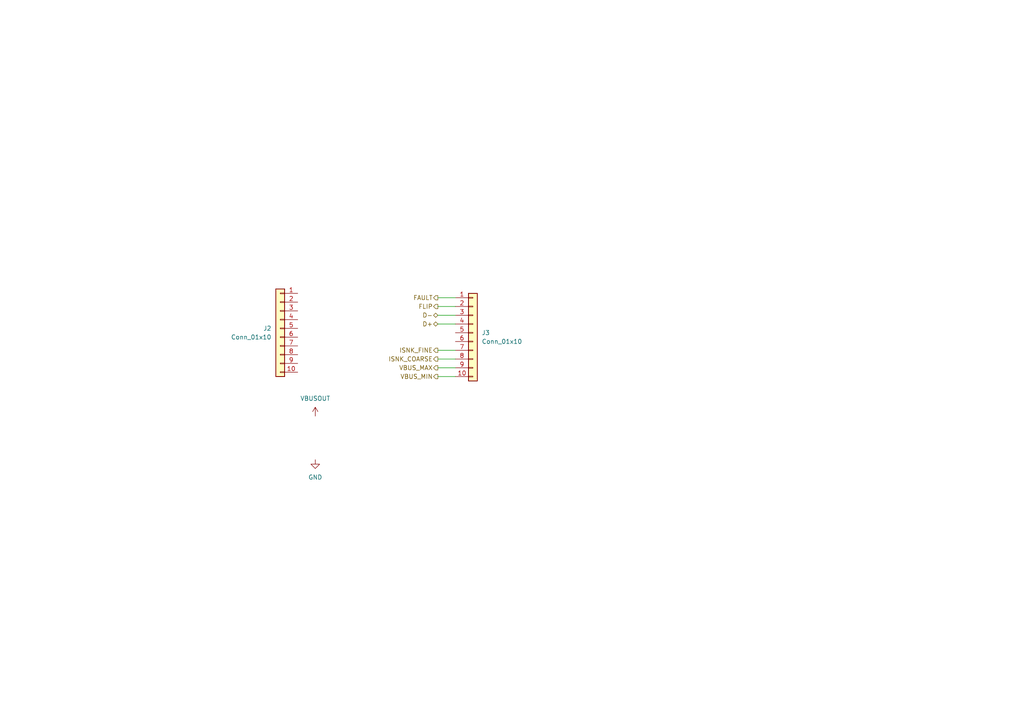
<source format=kicad_sch>
(kicad_sch (version 20231120) (generator "eeschema") (generator_version "8.0")
  (paper "A4")
  (title_block (date "2025-01-24") (rev "1.0"))
  (lib_symbols
    (symbol "Connector_Generic:Conn_01x10" (pin_names (offset 1.016) hide)
      (property "Reference" "J" (at 0 12.7 0))
      (property "Value" "Conn_01x10" (at 0 -15.24 0))
      (symbol "Conn_01x10_1_1"
        (rectangle (start -1.27 -12.573) (end 0 -12.827) (stroke (width 0.1524)))
        (rectangle (start -1.27 -10.033) (end 0 -10.287) (stroke (width 0.1524)))
        (rectangle (start -1.27 -7.493) (end 0 -7.747) (stroke (width 0.1524)))
        (rectangle (start -1.27 -4.953) (end 0 -5.207) (stroke (width 0.1524)))
        (rectangle (start -1.27 -2.413) (end 0 -2.667) (stroke (width 0.1524)))
        (rectangle (start -1.27 0.127) (end 0 -0.127) (stroke (width 0.1524)))
        (rectangle (start -1.27 2.667) (end 0 2.413) (stroke (width 0.1524)))
        (rectangle (start -1.27 5.207) (end 0 4.953) (stroke (width 0.1524)))
        (rectangle (start -1.27 7.747) (end 0 7.493) (stroke (width 0.1524)))
        (rectangle (start -1.27 10.287) (end 0 10.033) (stroke (width 0.1524)))
        (rectangle (start -1.27 11.43) (end 1.27 -13.97) (stroke (width 0.254)) (fill (type background)))
        (pin passive line (at -5.08 10.16 0) (length 3.81) (name "Pin_1") (number "1"))
        (pin passive line (at -5.08 -12.7 0) (length 3.81) (name "Pin_10") (number "10"))
        (pin passive line (at -5.08 7.62 0) (length 3.81) (name "Pin_2") (number "2"))
        (pin passive line (at -5.08 5.08 0) (length 3.81) (name "Pin_3") (number "3"))
        (pin passive line (at -5.08 2.54 0) (length 3.81) (name "Pin_4") (number "4"))
        (pin passive line (at -5.08 0 0) (length 3.81) (name "Pin_5") (number "5"))
        (pin passive line (at -5.08 -2.54 0) (length 3.81) (name "Pin_6") (number "6"))
        (pin passive line (at -5.08 -5.08 0) (length 3.81) (name "Pin_7") (number "7"))
        (pin passive line (at -5.08 -7.62 0) (length 3.81) (name "Pin_8") (number "8"))
        (pin passive line (at -5.08 -10.16 0) (length 3.81) (name "Pin_9") (number "9"))
      )
    )
    (symbol "power:GND" (power) (pin_numbers hide) (pin_names (offset 0) hide)
      (property "Value" "GND" (at 0 -3.81 0))
      (symbol "GND_0_1"
        (polyline (pts (xy 0 0) (xy 0 -1.27) (xy 1.27 -1.27) (xy 0 -2.54) (xy -1.27 -1.27) (xy 0 -1.27)))
      )
      (symbol "GND_1_1"
        (pin power_in line (at 0 0 270) (length 0) (name "~") (number "1"))
      )
    )
    (symbol "power:VCCQ" (power) (pin_numbers hide) (pin_names (offset 0) hide)
      (property "Value" "VCCQ" (at 0 3.556 0))
      (symbol "VCCQ_0_1"
        (polyline (pts (xy -0.762 1.27) (xy 0 2.54)))
        (polyline (pts (xy 0 0) (xy 0 2.54)))
        (polyline (pts (xy 0 2.54) (xy 0.762 1.27)))
      )
      (symbol "VCCQ_1_1"
        (pin power_in line (at 0 0 90) (length 0) (name "~") (number "1"))
      )
    )
  )
  (wire (pts (xy 127 109.22) (xy 132.08 109.22)))
  (wire (pts (xy 127 93.98) (xy 132.08 93.98)))
  (wire (pts (xy 127 88.9) (xy 132.08 88.9)))
  (wire (pts (xy 127 86.36) (xy 132.08 86.36)))
  (wire (pts (xy 127 106.68) (xy 132.08 106.68)))
  (wire (pts (xy 127 104.14) (xy 132.08 104.14)))
  (wire (pts (xy 127 91.44) (xy 132.08 91.44)))
  (wire (pts (xy 127 101.6) (xy 132.08 101.6)))
  (hierarchical_label "D-" (shape bidirectional) (at 127 91.44 180))
  (hierarchical_label "VBUS_MAX" (shape output) (at 127 106.68 180))
  (hierarchical_label "FLIP" (shape output) (at 127 88.9 180))
  (hierarchical_label "ISNK_FINE" (shape output) (at 127 101.6 180))
  (hierarchical_label "VBUS_MIN" (shape output) (at 127 109.22 180))
  (hierarchical_label "FAULT" (shape output) (at 127 86.36 180))
  (hierarchical_label "ISNK_COARSE" (shape output) (at 127 104.14 180))
  (hierarchical_label "D+" (shape bidirectional) (at 127 93.98 180))
  (symbol (lib_id "Connector_Generic:Conn_01x10") (at 137.16 96.52 0) (unit 1)
    (property "Reference" "J3" (at 139.7 96.5199 0) (effects (justify left)))
    (property "Value" "Conn_01x10" (at 139.7 99.0599 0) (effects (justify left)))
    (property "Footprint" "Connector_PinHeader_2.54mm:PinHeader_1x10_P2.54mm_Vertical" (effects (hide yes)))
    (property "Description" "Generic connector, single row, 01x10, script generated (kicad-library-utils/schlib/autogen/connector/)" (effects (hide yes)))
  )
  (symbol (lib_id "power:VCCQ") (at 91.44 120.65 0) (unit 1)
    (property "Reference" "#PWR023" (effects (hide yes)))
    (property "Value" "VBUSOUT" (at 91.44 115.57 0))
    (property "Description" "Power symbol creates a global label with name \"VCCQ\"" (effects (hide yes)))
  )
  (symbol (lib_id "Connector_Generic:Conn_01x10") (at 81.28 95.25 0) (mirror y) (unit 1)
    (property "Reference" "J2" (at 78.74 95.2499 0) (effects (justify left)))
    (property "Value" "Conn_01x10" (at 78.74 97.7899 0) (effects (justify left)))
    (property "Footprint" "Connector_PinHeader_2.54mm:PinHeader_1x10_P2.54mm_Vertical" (effects (hide yes)))
    (property "Description" "Generic connector, single row, 01x10, script generated (kicad-library-utils/schlib/autogen/connector/)" (effects (hide yes)))
  )
  (symbol (lib_id "power:GND") (at 91.44 133.35 0) (unit 1)
    (property "Reference" "#PWR024" (effects (hide yes)))
    (property "Value" "GND" (at 91.44 138.43 0))
    (property "Description" "Power symbol creates a global label with name \"GND\" , ground" (effects (hide yes)))
  )
)
</source>
